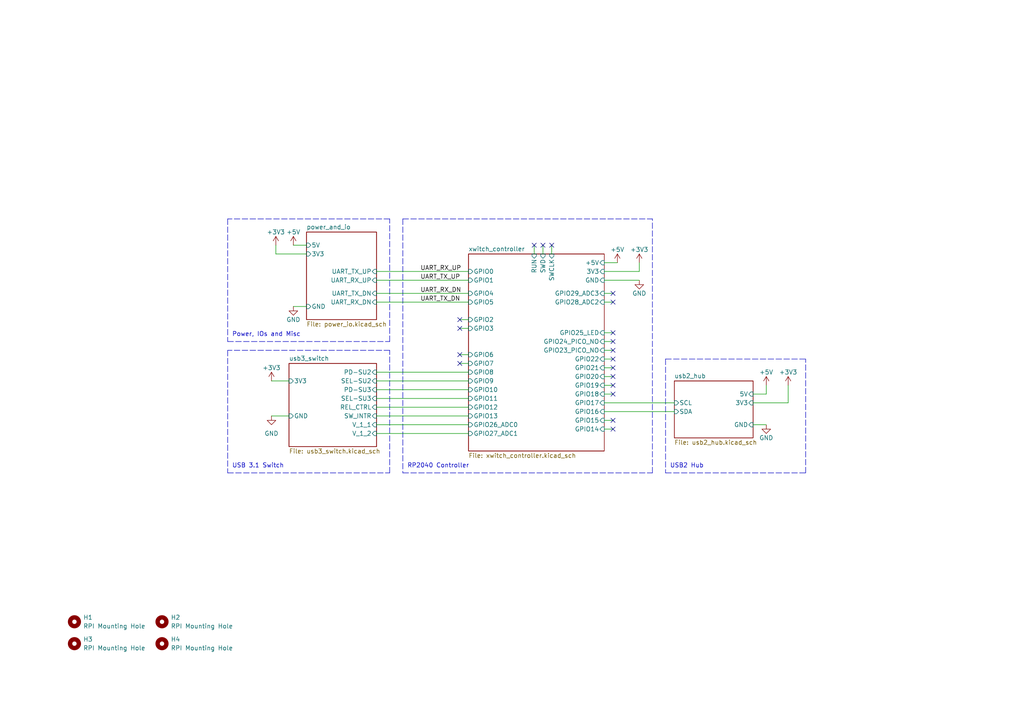
<source format=kicad_sch>
(kicad_sch (version 20211123) (generator eeschema)
  (paper "A4")
  (title_block (date "2022-09-12") (rev "0.2") (comment 1 "Runnan Li"))
  (lib_symbols
    (symbol "Mechanical:MountingHole" (pin_names (offset 1.016))
      (property "Reference" "H" (at 0 5.08 0))
      (property "Value" "MountingHole" (at 0 3.175 0))
      (symbol "MountingHole_0_1"
        (circle (center 0 0) (radius 1.27) (stroke (width 1.27)))
      )
    )
    (symbol "power:+3V3" (power) (pin_names (offset 0))
      (property "Value" "+3V3" (at 0 3.556 0))
      (symbol "+3V3_0_1"
        (polyline (pts (xy -0.762 1.27) (xy 0 2.54)))
        (polyline (pts (xy 0 0) (xy 0 2.54)))
        (polyline (pts (xy 0 2.54) (xy 0.762 1.27)))
      )
      (symbol "+3V3_1_1"
        (pin power_in line (at 0 0 90) (length 0) hide (name "+3V3") (number "1"))
      )
    )
    (symbol "power:+5V" (power) (pin_names (offset 0))
      (property "Value" "+5V" (at 0 3.556 0))
      (symbol "+5V_0_1"
        (polyline (pts (xy -0.762 1.27) (xy 0 2.54)))
        (polyline (pts (xy 0 0) (xy 0 2.54)))
        (polyline (pts (xy 0 2.54) (xy 0.762 1.27)))
      )
      (symbol "+5V_1_1"
        (pin power_in line (at 0 0 90) (length 0) hide (name "+5V") (number "1"))
      )
    )
    (symbol "power:GND" (power) (pin_names (offset 0))
      (property "Value" "GND" (at 0 -3.81 0))
      (symbol "GND_0_1"
        (polyline (pts (xy 0 0) (xy 0 -1.27) (xy 1.27 -1.27) (xy 0 -2.54) (xy -1.27 -1.27) (xy 0 -1.27)))
      )
      (symbol "GND_1_1"
        (pin power_in line (at 0 0 270) (length 0) hide (name "GND") (number "1"))
      )
    )
  )
  (no_connect (at 133.35 102.87))
  (no_connect (at 177.8 106.68))
  (no_connect (at 177.8 96.52))
  (no_connect (at 177.8 114.3))
  (no_connect (at 177.8 85.09))
  (no_connect (at 177.8 87.63))
  (no_connect (at 133.35 105.41))
  (no_connect (at 160.02 71.12))
  (no_connect (at 177.8 99.06))
  (no_connect (at 154.94 71.12))
  (no_connect (at 133.35 92.71))
  (no_connect (at 177.8 109.22))
  (no_connect (at 177.8 124.46))
  (no_connect (at 177.8 111.76))
  (no_connect (at 157.48 71.12))
  (no_connect (at 177.8 121.92))
  (no_connect (at 177.8 101.6))
  (no_connect (at 133.35 95.25))
  (no_connect (at 177.8 104.14))
  (wire (pts (xy 218.44 123.19) (xy 222.25 123.19)))
  (wire (pts (xy 80.01 73.66) (xy 80.01 71.12)))
  (wire (pts (xy 109.22 120.65) (xy 135.89 120.65)))
  (wire (pts (xy 222.25 111.76) (xy 222.25 114.3)))
  (wire (pts (xy 109.22 87.63) (xy 135.89 87.63)))
  (polyline (pts (xy 66.04 63.5) (xy 66.04 99.06)))
  (wire (pts (xy 160.02 71.12) (xy 160.02 73.66)))
  (wire (pts (xy 109.22 123.19) (xy 135.89 123.19)))
  (wire (pts (xy 109.22 118.11) (xy 135.89 118.11)))
  (wire (pts (xy 133.35 92.71) (xy 135.89 92.71)))
  (wire (pts (xy 175.26 106.68) (xy 177.8 106.68)))
  (wire (pts (xy 175.26 116.84) (xy 195.58 116.84)))
  (polyline (pts (xy 113.03 99.06) (xy 113.03 63.5)))
  (wire (pts (xy 185.42 76.2) (xy 185.42 78.74)))
  (polyline (pts (xy 116.84 63.5) (xy 116.84 137.16)) (stroke (width 0) (type dash)))
  (wire (pts (xy 175.26 85.09) (xy 177.8 85.09)))
  (wire (pts (xy 175.26 104.14) (xy 177.8 104.14)))
  (wire (pts (xy 175.26 101.6) (xy 177.8 101.6)))
  (wire (pts (xy 109.22 125.73) (xy 135.89 125.73)))
  (wire (pts (xy 175.26 111.76) (xy 177.8 111.76)))
  (wire (pts (xy 222.25 114.3) (xy 218.44 114.3)))
  (wire (pts (xy 85.09 71.12) (xy 88.9 71.12)))
  (wire (pts (xy 133.35 95.25) (xy 135.89 95.25)))
  (polyline (pts (xy 66.04 137.16) (xy 113.03 137.16)))
  (polyline (pts (xy 193.04 137.16) (xy 233.68 137.16)))
  (wire (pts (xy 88.9 73.66) (xy 80.01 73.66)))
  (polyline (pts (xy 233.68 137.16) (xy 233.68 104.14)))
  (wire (pts (xy 218.44 116.84) (xy 228.6 116.84)))
  (polyline (pts (xy 66.04 101.6) (xy 66.04 137.16)))
  (wire (pts (xy 228.6 116.84) (xy 228.6 111.76)))
  (polyline (pts (xy 116.84 137.16) (xy 189.23 137.16)) (stroke (width 0) (type dash)))
  (wire (pts (xy 175.26 121.92) (xy 177.8 121.92)))
  (wire (pts (xy 109.22 110.49) (xy 135.89 110.49)))
  (wire (pts (xy 175.26 99.06) (xy 177.8 99.06)))
  (polyline (pts (xy 66.04 99.06) (xy 113.03 99.06)))
  (wire (pts (xy 185.42 78.74) (xy 175.26 78.74)))
  (wire (pts (xy 175.26 114.3) (xy 177.8 114.3)))
  (wire (pts (xy 175.26 96.52) (xy 177.8 96.52)))
  (polyline (pts (xy 193.04 104.14) (xy 193.04 137.16)))
  (wire (pts (xy 175.26 87.63) (xy 177.8 87.63)))
  (polyline (pts (xy 193.04 104.14) (xy 233.68 104.14)))
  (wire (pts (xy 109.22 81.28) (xy 135.89 81.28)))
  (wire (pts (xy 133.35 102.87) (xy 135.89 102.87)))
  (wire (pts (xy 109.22 115.57) (xy 135.89 115.57)))
  (polyline (pts (xy 189.23 137.16) (xy 189.23 63.5)) (stroke (width 0) (type dash)))
  (wire (pts (xy 78.74 120.65) (xy 83.82 120.65)))
  (wire (pts (xy 85.09 88.9) (xy 88.9 88.9)))
  (wire (pts (xy 133.35 105.41) (xy 135.89 105.41)))
  (wire (pts (xy 175.26 109.22) (xy 177.8 109.22)))
  (wire (pts (xy 109.22 107.95) (xy 135.89 107.95)))
  (polyline (pts (xy 116.84 63.5) (xy 189.23 63.5)) (stroke (width 0) (type dash)))
  (wire (pts (xy 78.74 110.49) (xy 83.82 110.49)))
  (wire (pts (xy 157.48 71.12) (xy 157.48 73.66)))
  (wire (pts (xy 109.22 113.03) (xy 135.89 113.03)))
  (wire (pts (xy 175.26 124.46) (xy 177.8 124.46)))
  (wire (pts (xy 109.22 78.74) (xy 135.89 78.74)))
  (polyline (pts (xy 113.03 101.6) (xy 66.04 101.6)))
  (wire (pts (xy 175.26 119.38) (xy 195.58 119.38)))
  (wire (pts (xy 154.94 71.12) (xy 154.94 73.66)))
  (wire (pts (xy 109.22 85.09) (xy 135.89 85.09)))
  (polyline (pts (xy 113.03 137.16) (xy 113.03 101.6)))
  (polyline (pts (xy 113.03 63.5) (xy 66.04 63.5)))
  (wire (pts (xy 175.26 76.2) (xy 179.07 76.2)))
  (wire (pts (xy 175.26 81.28) (xy 185.42 81.28)))
  (text "RP2040 Controller" (at 118.11 135.89 0) (effects (font (size 1.27 1.27)) (justify left bottom)))
  (text "Power, IOs and Misc" (at 67.31 97.79 0) (effects (font (size 1.27 1.27)) (justify left bottom)))
  (text "USB 3.1 Switch" (at 67.31 135.89 0) (effects (font (size 1.27 1.27)) (justify left bottom)))
  (text "USB2 Hub" (at 194.31 135.89 0) (effects (font (size 1.27 1.27)) (justify left bottom)))
  (label "UART_TX_DN" (at 121.92 87.63 0))
  (label "UART_RX_UP" (at 121.92 78.74 0))
  (label "UART_RX_DN" (at 121.92 85.09 0))
  (label "UART_TX_UP" (at 121.92 81.28 0))
  (symbol (lib_id "power:+3V3") (at 228.6 111.76 0) (unit 1)
    (property "Reference" "#PWR09" (effects hide))
    (property "Value" "+3V3" (at 228.6 107.95 0))
  )
  (symbol (lib_id "power:+3V3") (at 78.74 110.49 0) (unit 1)
    (property "Reference" "#PWR07" (effects hide))
    (property "Value" "+3V3" (at 78.74 106.68 0))
  )
  (symbol (lib_id "power:+5V") (at 85.09 71.12 0) (unit 1)
    (property "Reference" "#PWR02" (effects hide))
    (property "Value" "+5V" (at 85.09 67.31 0))
  )
  (symbol (lib_id "power:GND") (at 222.25 123.19 0) (unit 1)
    (property "Reference" "#PWR011" (effects hide))
    (property "Value" "GND" (at 222.25 127 0))
  )
  (symbol (lib_id "power:GND") (at 78.74 120.65 0) (unit 1)
    (property "Reference" "#PWR010" (effects hide))
    (property "Value" "GND" (at 78.74 125.73 0))
  )
  (symbol (lib_id "power:GND") (at 85.09 88.9 0) (unit 1)
    (property "Reference" "#PWR06" (effects hide))
    (property "Value" "GND" (at 85.09 92.71 0))
  )
  (symbol (lib_id "power:+5V") (at 179.07 76.2 0) (unit 1)
    (property "Reference" "#PWR03" (effects hide))
    (property "Value" "+5V" (at 179.07 72.39 0))
  )
  (symbol (lib_id "Mechanical:MountingHole") (at 46.99 186.69 0) (unit 1)
    (property "Reference" "H4" (at 49.53 185.4199 0) (effects (justify left)))
    (property "Value" "RPI Mounting Hole" (at 49.53 187.9599 0) (effects (justify left)))
    (property "Footprint" "MountingHole:MountingHole_3.2mm_M3_Pad" (effects hide))
  )
  (symbol (lib_id "power:+3V3") (at 80.01 71.12 0) (unit 1)
    (property "Reference" "#PWR01" (effects hide))
    (property "Value" "+3V3" (at 80.01 67.31 0))
  )
  (symbol (lib_id "power:+3V3") (at 185.42 76.2 0) (unit 1)
    (property "Reference" "#PWR04" (effects hide))
    (property "Value" "+3V3" (at 185.42 72.39 0))
  )
  (symbol (lib_id "Mechanical:MountingHole") (at 21.59 186.69 0) (unit 1)
    (property "Reference" "H3" (at 24.13 185.4199 0) (effects (justify left)))
    (property "Value" "RPI Mounting Hole" (at 24.13 187.9599 0) (effects (justify left)))
    (property "Footprint" "MountingHole:MountingHole_3.2mm_M3_Pad" (effects hide))
  )
  (symbol (lib_id "power:+5V") (at 222.25 111.76 0) (unit 1)
    (property "Reference" "#PWR08" (effects hide))
    (property "Value" "+5V" (at 222.25 107.95 0))
  )
  (symbol (lib_id "Mechanical:MountingHole") (at 46.99 180.34 0) (unit 1)
    (property "Reference" "H2" (at 49.53 179.0699 0) (effects (justify left)))
    (property "Value" "RPI Mounting Hole" (at 49.53 181.6099 0) (effects (justify left)))
    (property "Footprint" "MountingHole:MountingHole_3.2mm_M3_Pad" (effects hide))
  )
  (symbol (lib_id "power:GND") (at 185.42 81.28 0) (unit 1)
    (property "Reference" "#PWR05" (effects hide))
    (property "Value" "GND" (at 185.42 85.09 0))
  )
  (symbol (lib_id "Mechanical:MountingHole") (at 21.59 180.34 0) (unit 1)
    (property "Reference" "H1" (at 24.13 179.0699 0) (effects (justify left)))
    (property "Value" "RPI Mounting Hole" (at 24.13 181.6099 0) (effects (justify left)))
    (property "Footprint" "MountingHole:MountingHole_3.2mm_M3_Pad" (effects hide))
  )
  (sheet (at 135.89 73.66) (size 39.37 57.15) (stroke (width 0.1524))
    (property "Sheet name" "xwitch_controller" (at 135.89 72.9484 0) (effects (justify left bottom)))
    (property "Sheet file" "xwitch_controller.kicad_sch" (at 135.89 131.3946 0) (effects (justify left top)))
    (pin "+5V" input (at 175.26 76.2 0))
    (pin "3V3" input (at 175.26 78.74 0))
    (pin "GPIO0" input (at 135.89 78.74 180))
    (pin "GPIO1" input (at 135.89 81.28 180))
    (pin "GPIO21" input (at 175.26 106.68 0))
    (pin "GPIO25_LED" input (at 175.26 96.52 0))
    (pin "GPIO22" input (at 175.26 104.14 0))
    (pin "GPIO20" input (at 175.26 109.22 0))
    (pin "GPIO17" input (at 175.26 116.84 0))
    (pin "GPIO14" input (at 175.26 124.46 0))
    (pin "GPIO19" input (at 175.26 111.76 0))
    (pin "GPIO16" input (at 175.26 119.38 0))
    (pin "GPIO18" input (at 175.26 114.3 0))
    (pin "GPIO15" input (at 175.26 121.92 0))
    (pin "GPIO2" input (at 135.89 92.71 180))
    (pin "GPIO5" input (at 135.89 87.63 180))
    (pin "GPIO3" input (at 135.89 95.25 180))
    (pin "GPIO4" input (at 135.89 85.09 180))
    (pin "GPIO7" input (at 135.89 105.41 180))
    (pin "GPIO6" input (at 135.89 102.87 180))
    (pin "GPIO8" input (at 135.89 107.95 180))
    (pin "GPIO11" input (at 135.89 115.57 180))
    (pin "GPIO12" input (at 135.89 118.11 180))
    (pin "GPIO13" input (at 135.89 120.65 180))
    (pin "GPIO9" input (at 135.89 110.49 180))
    (pin "GPIO10" input (at 135.89 113.03 180))
    (pin "GPIO26_ADC0" input (at 135.89 123.19 180))
    (pin "GPIO28_ADC2" input (at 175.26 87.63 0))
    (pin "GPIO27_ADC1" input (at 135.89 125.73 180))
    (pin "GPIO24_PICO_NO" input (at 175.26 99.06 0))
    (pin "GPIO23_PICO_NO" input (at 175.26 101.6 0))
    (pin "GPIO29_ADC3" input (at 175.26 85.09 0))
    (pin "SWCLK" input (at 160.02 73.66 90))
    (pin "SWD" input (at 157.48 73.66 90))
    (pin "RUN" input (at 154.94 73.66 90))
    (pin "GND" input (at 175.26 81.28 0))
  )
  (sheet (at 195.58 110.49) (size 22.86 16.51) (stroke (width 0.1524))
    (property "Sheet name" "usb2_hub" (at 195.58 109.7784 0) (effects (justify left bottom)))
    (property "Sheet file" "usb2_hub.kicad_sch" (at 195.58 127.5846 0) (effects (justify left top)))
    (pin "GND" input (at 218.44 123.19 0))
    (pin "SDA" input (at 195.58 119.38 180))
    (pin "3V3" input (at 218.44 116.84 0))
    (pin "SCL" input (at 195.58 116.84 180))
    (pin "5V" input (at 218.44 114.3 0))
  )
  (sheet (at 83.82 105.41) (size 25.4 24.13) (stroke (width 0.1524))
    (property "Sheet name" "usb3_switch" (at 83.82 104.6984 0) (effects (justify left bottom)))
    (property "Sheet file" "usb3_switch.kicad_sch" (at 83.82 130.1246 0) (effects (justify left top)))
    (pin "SEL-SU3" input (at 109.22 115.57 0))
    (pin "GND" input (at 83.82 120.65 180))
    (pin "3V3" input (at 83.82 110.49 180))
    (pin "PD-SU2" input (at 109.22 107.95 0))
    (pin "SEL-SU2" input (at 109.22 110.49 0))
    (pin "PD-SU3" input (at 109.22 113.03 0))
    (pin "SW_INTR" input (at 109.22 120.65 0))
    (pin "REL_CTRL" input (at 109.22 118.11 0))
    (pin "V_1_1" input (at 109.22 123.19 0))
    (pin "V_1_2" input (at 109.22 125.73 0))
  )
  (sheet (at 88.9 67.31) (size 20.32 25.4) (stroke (width 0.1524))
    (property "Sheet name" "power_and_io" (at 88.9 66.5984 0) (effects (justify left bottom)))
    (property "Sheet file" "power_io.kicad_sch" (at 88.9 93.2946 0) (effects (justify left top)))
    (pin "5V" input (at 88.9 71.12 180))
    (pin "UART_TX_UP" input (at 109.22 78.74 0))
    (pin "3V3" input (at 88.9 73.66 180))
    (pin "UART_RX_UP" input (at 109.22 81.28 0))
    (pin "UART_TX_DN" input (at 109.22 85.09 0))
    (pin "UART_RX_DN" input (at 109.22 87.63 0))
    (pin "GND" input (at 88.9 88.9 180))
  )
)
</source>
